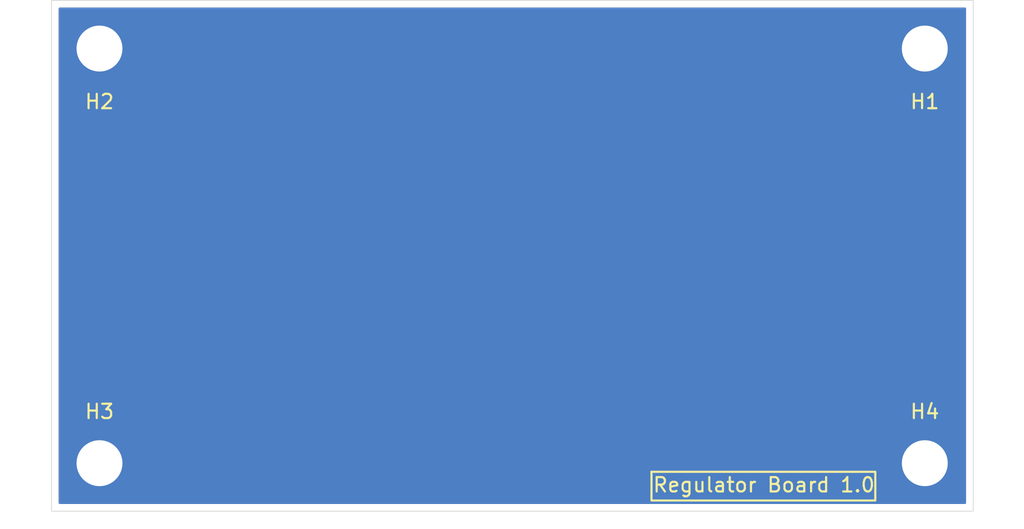
<source format=kicad_pcb>
(kicad_pcb (version 20241229) (generator "pcbnew") (generator_version "9.0")
  (title_block (title "Regulator_Board") (date "2025-11-09") (rev "1.0") (company "PKl"))
  (layers (0 "F.Cu" signal) (2 "B.Cu" signal) (13 "F.Paste" user) (15 "B.Paste" user) (5 "F.SilkS" user "F.Silkscreen") (7 "B.SilkS" user "B.Silkscreen") (1 "F.Mask" user) (3 "B.Mask" user) (25 "Edge.Cuts" user))
  (net 0 "")
  (net 1 "GND")
  (footprint "MountingHole:MountingHole_3.2mm_M3_DIN965_Pad" (layer "F.Cu") (at 125.05 60.8)
    (property "Reference" "H2" (at 0 3.7 0) (layer "F.SilkS"))
    (property "Value" "MountingHole_Pad")
    (pad "1" thru_hole circle (at 0 0) (size 5.6 5.6) (drill 3.2) (layers "*.Cu" "*.Mask") (net 1 "GND"))
  )
  (footprint "MountingHole:MountingHole_3.2mm_M3_DIN965_Pad" (layer "F.Cu") (at 125.05 89.7)
    (property "Reference" "H3" (at 0 -3.6 0) (layer "F.SilkS"))
    (property "Value" "MountingHole_Pad")
    (pad "1" thru_hole circle (at 0 0) (size 5.6 5.6) (drill 3.2) (layers "*.Cu" "*.Mask") (net 1 "GND"))
  )
  (footprint "MountingHole:MountingHole_3.2mm_M3_DIN965_Pad" (layer "F.Cu") (at 182.575 89.7)
    (property "Reference" "H4" (at 0 -3.6 0) (layer "F.SilkS"))
    (property "Value" "MountingHole_Pad")
    (pad "1" thru_hole circle (at 0 0) (size 5.6 5.6) (drill 3.2) (layers "*.Cu" "*.Mask") (net 1 "GND"))
  )
  (footprint "MountingHole:MountingHole_3.2mm_M3_DIN965_Pad" (layer "F.Cu") (at 182.575 60.8)
    (property "Reference" "H1" (at 0 3.7 0) (layer "F.SilkS"))
    (property "Value" "MountingHole_Pad")
    (pad "1" thru_hole circle (at 0 0) (size 5.6 5.6) (drill 3.2) (layers "*.Cu" "*.Mask") (net 1 "GND"))
  )
  (gr_rect (start 163.525 90.3) (end 179.125 92.3) (stroke (width 0.15)) (fill no) (layer "F.SilkS"))
  (gr_rect (start 121.707152 57.44) (end 185.95 93.045) (stroke (width 0.05)) (fill no) (layer "Edge.Cuts"))
  (gr_text "Regulator Board 1.0" (at 163.55 91.8 0) (layer "F.SilkS") (effects (font (size 1 1)) (justify left bottom)))
  (zone (net 1) (net_name "GND") (layers "F.Cu" "B.Cu") (connect_pads (clearance 0.2)) (min_thickness 0.16) (fill yes (thermal_gap 0.5) (thermal_bridge_width 0.5))
    (polygon (pts (xy 185.95 57.45) (xy 185.95 93.05) (xy 121.7 93.05) (xy 121.7 57.45)))
  )
)
</source>
